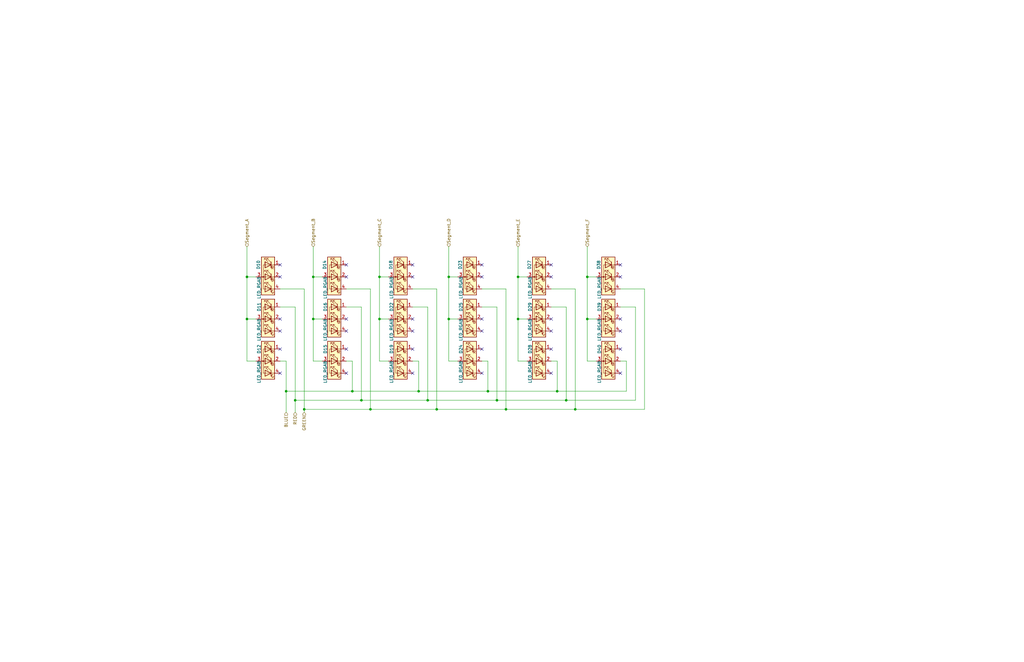
<source format=kicad_sch>
(kicad_sch (version 20250114) (generator "eeschema") (generator_version "9.0")
  (paper "B")
  (lib_symbols
    (symbol "User_Symbols:LED_RGAB" (pin_names (offset 0) (hide yes))
      (property "Reference" "D" (at 0 9.398 0))
      (property "Value" "LED_RGAB" (at 0 -8.89 0))
      (symbol "LED_RGAB_0_0"
        (text "R" (at -1.905 3.81 0) (effects (font (size 1.27 1.27))))
      )
      (symbol "LED_RGAB_0_1"
        (rectangle (start -2.794 8.382) (end 2.794 -7.62) (stroke (width 0.254)) (fill (type background)))
        (polyline (pts (xy -1.27 6.35) (xy -1.27 3.81)) (stroke (width 0.254)))
        (polyline (pts (xy -1.27 6.35) (xy -1.27 3.81) (xy -1.27 3.81)))
        (polyline (pts (xy -1.27 5.08) (xy -2.54 5.08)))
        (polyline (pts (xy -1.27 5.08) (xy 1.27 5.08)))
        (polyline (pts (xy -1.27 1.27) (xy -1.27 -1.27)) (stroke (width 0.254)))
        (polyline (pts (xy -1.27 1.27) (xy -1.27 -1.27) (xy -1.27 -1.27)))
        (polyline (pts (xy -1.27 0) (xy -2.54 0)))
        (polyline (pts (xy -1.27 -3.81) (xy -1.27 -6.35)) (stroke (width 0.254)))
        (polyline (pts (xy -1.27 -5.08) (xy -2.54 -5.08)))
        (polyline (pts (xy -1.27 -5.08) (xy 1.27 -5.08)))
        (polyline (pts (xy -1.016 6.35) (xy 0.508 7.874) (xy -0.254 7.874) (xy 0.508 7.874) (xy 0.508 7.112)))
        (polyline (pts (xy -1.016 1.27) (xy 0.508 2.794) (xy -0.254 2.794) (xy 0.508 2.794) (xy 0.508 2.032)))
        (polyline (pts (xy -1.016 -3.81) (xy 0.508 -2.286) (xy -0.254 -2.286) (xy 0.508 -2.286) (xy 0.508 -3.048)))
        (polyline (pts (xy 0 6.35) (xy 1.524 7.874) (xy 0.762 7.874) (xy 1.524 7.874) (xy 1.524 7.112)))
        (polyline (pts (xy 0 1.27) (xy 1.524 2.794) (xy 0.762 2.794) (xy 1.524 2.794) (xy 1.524 2.032)))
        (polyline (pts (xy 0 -3.81) (xy 1.524 -2.286) (xy 0.762 -2.286) (xy 1.524 -2.286) (xy 1.524 -3.048)))
        (polyline (pts (xy 1.27 6.35) (xy 1.27 3.81) (xy -1.27 5.08) (xy 1.27 6.35)) (stroke (width 0.254)))
        (rectangle (start 1.27 6.35) (end 1.27 6.35))
        (rectangle (start 1.27 3.81) (end 1.27 6.35))
        (polyline (pts (xy 1.27 1.27) (xy 1.27 -1.27) (xy -1.27 0) (xy 1.27 1.27)) (stroke (width 0.254)))
        (rectangle (start 1.27 1.27) (end 1.27 1.27))
        (polyline (pts (xy 1.27 0) (xy -1.27 0)))
        (polyline (pts (xy 1.27 0) (xy 2.54 0)))
        (rectangle (start 1.27 -1.27) (end 1.27 1.27))
        (polyline (pts (xy 1.27 -3.81) (xy 1.27 -6.35) (xy -1.27 -5.08) (xy 1.27 -3.81)) (stroke (width 0.254)))
        (polyline (pts (xy 1.27 -5.08) (xy 2.032 -5.08) (xy 2.032 5.08) (xy 1.27 5.08)))
        (circle (center 2.032 0) (radius 0.254) (fill (type outline)))
      )
      (symbol "LED_RGAB_1_0"
        (text "B" (at -1.905 -1.27 0) (effects (font (size 1.27 1.27))))
        (text "G" (at -1.905 -6.35 0) (effects (font (size 1.27 1.27))))
      )
      (symbol "LED_RGAB_1_1"
        (pin passive line (at -5.08 5.08 0) (length 2.54) (name "RK") (number "1"))
        (pin passive line (at -5.08 0 0) (length 2.54) (name "GK") (number "2"))
        (pin passive line (at -5.08 -5.08 0) (length 2.54) (name "BK") (number "4"))
        (pin passive line (at 5.08 0 180) (length 2.54) (name "A") (number "3"))
      )
    )
  )
  (junction (at 156.21 172.72))
  (junction (at 104.14 134.62))
  (junction (at 184.15 172.72))
  (junction (at 104.14 116.84))
  (junction (at 128.27 172.72))
  (junction (at 152.4 168.91))
  (junction (at 176.53 165.1))
  (junction (at 218.44 134.62))
  (junction (at 124.46 168.91))
  (junction (at 189.23 116.84))
  (junction (at 132.08 134.62))
  (junction (at 189.23 134.62))
  (junction (at 238.76 168.91))
  (junction (at 160.02 116.84))
  (junction (at 213.36 172.72))
  (junction (at 247.65 116.84))
  (junction (at 234.95 165.1))
  (junction (at 218.44 116.84))
  (junction (at 148.59 165.1))
  (junction (at 160.02 134.62))
  (junction (at 205.74 165.1))
  (junction (at 247.65 134.62))
  (junction (at 180.34 168.91))
  (junction (at 209.55 168.91))
  (junction (at 242.57 172.72))
  (junction (at 132.08 116.84))
  (junction (at 120.65 165.1))
  (no_connect (at 203.2 111.76))
  (no_connect (at 261.62 116.84))
  (no_connect (at 146.05 116.84))
  (no_connect (at 146.05 139.7))
  (no_connect (at 146.05 157.48))
  (no_connect (at 173.99 134.62))
  (no_connect (at 232.41 116.84))
  (no_connect (at 146.05 111.76))
  (no_connect (at 203.2 134.62))
  (no_connect (at 118.11 139.7))
  (no_connect (at 203.2 147.32))
  (no_connect (at 261.62 134.62))
  (no_connect (at 232.41 147.32))
  (no_connect (at 232.41 134.62))
  (no_connect (at 146.05 134.62))
  (no_connect (at 118.11 157.48))
  (no_connect (at 261.62 157.48))
  (no_connect (at 118.11 147.32))
  (no_connect (at 173.99 111.76))
  (no_connect (at 203.2 116.84))
  (no_connect (at 173.99 116.84))
  (no_connect (at 232.41 111.76))
  (no_connect (at 146.05 147.32))
  (no_connect (at 261.62 111.76))
  (no_connect (at 118.11 111.76))
  (no_connect (at 232.41 139.7))
  (no_connect (at 261.62 147.32))
  (no_connect (at 203.2 139.7))
  (no_connect (at 173.99 139.7))
  (no_connect (at 232.41 157.48))
  (no_connect (at 261.62 139.7))
  (no_connect (at 173.99 157.48))
  (no_connect (at 203.2 157.48))
  (no_connect (at 118.11 134.62))
  (no_connect (at 118.11 116.84))
  (no_connect (at 173.99 147.32))
  (wire (pts (xy 205.74 165.1) (xy 234.95 165.1)))
  (wire (pts (xy 146.05 152.4) (xy 148.59 152.4)))
  (wire (pts (xy 261.62 152.4) (xy 264.16 152.4)))
  (wire (pts (xy 118.11 121.92) (xy 128.27 121.92)))
  (wire (pts (xy 213.36 172.72) (xy 242.57 172.72)))
  (wire (pts (xy 156.21 121.92) (xy 156.21 172.72)))
  (wire (pts (xy 124.46 168.91) (xy 152.4 168.91)))
  (wire (pts (xy 118.11 129.54) (xy 124.46 129.54)))
  (wire (pts (xy 104.14 104.14) (xy 104.14 116.84)))
  (wire (pts (xy 232.41 121.92) (xy 242.57 121.92)))
  (wire (pts (xy 132.08 152.4) (xy 135.89 152.4)))
  (wire (pts (xy 261.62 121.92) (xy 271.78 121.92)))
  (wire (pts (xy 124.46 129.54) (xy 124.46 168.91)))
  (wire (pts (xy 180.34 129.54) (xy 180.34 168.91)))
  (wire (pts (xy 213.36 121.92) (xy 213.36 172.72)))
  (wire (pts (xy 132.08 104.14) (xy 132.08 116.84)))
  (wire (pts (xy 242.57 121.92) (xy 242.57 172.72)))
  (wire (pts (xy 209.55 129.54) (xy 209.55 168.91)))
  (wire (pts (xy 271.78 121.92) (xy 271.78 172.72)))
  (wire (pts (xy 124.46 168.91) (xy 124.46 173.99)))
  (wire (pts (xy 173.99 152.4) (xy 176.53 152.4)))
  (wire (pts (xy 176.53 165.1) (xy 205.74 165.1)))
  (wire (pts (xy 247.65 116.84) (xy 251.46 116.84)))
  (wire (pts (xy 189.23 104.14) (xy 189.23 116.84)))
  (wire (pts (xy 218.44 134.62) (xy 222.25 134.62)))
  (wire (pts (xy 156.21 172.72) (xy 184.15 172.72)))
  (wire (pts (xy 267.97 129.54) (xy 267.97 168.91)))
  (wire (pts (xy 203.2 152.4) (xy 205.74 152.4)))
  (wire (pts (xy 205.74 152.4) (xy 205.74 165.1)))
  (wire (pts (xy 218.44 116.84) (xy 218.44 134.62)))
  (wire (pts (xy 160.02 116.84) (xy 160.02 134.62)))
  (wire (pts (xy 160.02 134.62) (xy 160.02 152.4)))
  (wire (pts (xy 128.27 172.72) (xy 128.27 173.99)))
  (wire (pts (xy 148.59 165.1) (xy 176.53 165.1)))
  (wire (pts (xy 242.57 172.72) (xy 271.78 172.72)))
  (wire (pts (xy 238.76 129.54) (xy 238.76 168.91)))
  (wire (pts (xy 189.23 134.62) (xy 193.04 134.62)))
  (wire (pts (xy 209.55 168.91) (xy 238.76 168.91)))
  (wire (pts (xy 247.65 116.84) (xy 247.65 134.62)))
  (wire (pts (xy 184.15 121.92) (xy 184.15 172.72)))
  (wire (pts (xy 152.4 129.54) (xy 152.4 168.91)))
  (wire (pts (xy 218.44 134.62) (xy 218.44 152.4)))
  (wire (pts (xy 156.21 172.72) (xy 128.27 172.72)))
  (wire (pts (xy 104.14 116.84) (xy 107.95 116.84)))
  (wire (pts (xy 160.02 134.62) (xy 163.83 134.62)))
  (wire (pts (xy 120.65 165.1) (xy 120.65 173.99)))
  (wire (pts (xy 176.53 152.4) (xy 176.53 165.1)))
  (wire (pts (xy 173.99 121.92) (xy 184.15 121.92)))
  (wire (pts (xy 218.44 104.14) (xy 218.44 116.84)))
  (wire (pts (xy 218.44 152.4) (xy 222.25 152.4)))
  (wire (pts (xy 104.14 134.62) (xy 107.95 134.62)))
  (wire (pts (xy 234.95 152.4) (xy 234.95 165.1)))
  (wire (pts (xy 247.65 104.14) (xy 247.65 116.84)))
  (wire (pts (xy 120.65 152.4) (xy 120.65 165.1)))
  (wire (pts (xy 160.02 152.4) (xy 163.83 152.4)))
  (wire (pts (xy 132.08 134.62) (xy 135.89 134.62)))
  (wire (pts (xy 160.02 104.14) (xy 160.02 116.84)))
  (wire (pts (xy 120.65 165.1) (xy 148.59 165.1)))
  (wire (pts (xy 104.14 152.4) (xy 107.95 152.4)))
  (wire (pts (xy 247.65 152.4) (xy 251.46 152.4)))
  (wire (pts (xy 232.41 129.54) (xy 238.76 129.54)))
  (wire (pts (xy 218.44 116.84) (xy 222.25 116.84)))
  (wire (pts (xy 160.02 116.84) (xy 163.83 116.84)))
  (wire (pts (xy 132.08 134.62) (xy 132.08 152.4)))
  (wire (pts (xy 234.95 165.1) (xy 264.16 165.1)))
  (wire (pts (xy 132.08 116.84) (xy 132.08 134.62)))
  (wire (pts (xy 189.23 134.62) (xy 189.23 152.4)))
  (wire (pts (xy 146.05 129.54) (xy 152.4 129.54)))
  (wire (pts (xy 232.41 152.4) (xy 234.95 152.4)))
  (wire (pts (xy 261.62 129.54) (xy 267.97 129.54)))
  (wire (pts (xy 247.65 134.62) (xy 247.65 152.4)))
  (wire (pts (xy 184.15 172.72) (xy 213.36 172.72)))
  (wire (pts (xy 148.59 152.4) (xy 148.59 165.1)))
  (wire (pts (xy 189.23 116.84) (xy 189.23 134.62)))
  (wire (pts (xy 189.23 152.4) (xy 193.04 152.4)))
  (wire (pts (xy 173.99 129.54) (xy 180.34 129.54)))
  (wire (pts (xy 132.08 116.84) (xy 135.89 116.84)))
  (wire (pts (xy 264.16 152.4) (xy 264.16 165.1)))
  (wire (pts (xy 180.34 168.91) (xy 209.55 168.91)))
  (wire (pts (xy 118.11 152.4) (xy 120.65 152.4)))
  (wire (pts (xy 203.2 129.54) (xy 209.55 129.54)))
  (wire (pts (xy 189.23 116.84) (xy 193.04 116.84)))
  (wire (pts (xy 128.27 121.92) (xy 128.27 172.72)))
  (wire (pts (xy 238.76 168.91) (xy 267.97 168.91)))
  (wire (pts (xy 203.2 121.92) (xy 213.36 121.92)))
  (wire (pts (xy 104.14 134.62) (xy 104.14 152.4)))
  (wire (pts (xy 247.65 134.62) (xy 251.46 134.62)))
  (wire (pts (xy 152.4 168.91) (xy 180.34 168.91)))
  (wire (pts (xy 146.05 121.92) (xy 156.21 121.92)))
  (wire (pts (xy 104.14 116.84) (xy 104.14 134.62)))
  (hierarchical_label "Segment_C" (shape input) (at 160.02 104.14 90))
  (hierarchical_label "Segment_B" (shape input) (at 132.08 104.14 90))
  (hierarchical_label "Segment_A" (shape input) (at 104.14 104.14 90))
  (hierarchical_label "RED" (shape input) (at 124.46 173.99 270))
  (hierarchical_label "BLUE" (shape input) (at 120.65 173.99 270))
  (hierarchical_label "Segment_F" (shape input) (at 247.65 104.14 90))
  (hierarchical_label "Segment_E" (shape input) (at 218.44 104.14 90))
  (hierarchical_label "Segment_D" (shape input) (at 189.23 104.14 90))
  (hierarchical_label "GREEN" (shape input) (at 128.27 173.99 270))
  (symbol (lib_id "User_Symbols:LED_RGAB") (at 113.03 116.84 0) (mirror y) (unit 1)
    (property "Reference" "D10" (at 108.966 111.76 90))
    (property "Value" "LED_RGAB" (at 109.22 121.412 90))
    (property "Footprint" "User_Footprints:RGB_LED_NH-B2020RGBA-HF" (effects (hide yes)))
    (property "Datasheet" "https://datasheet.lcsc.com/lcsc/2108150330_Foshan-NationStar-Optoelectronics-NH-B2020RGBA-HF_C2874116.pdf" (effects (hide yes)))
    (property "Description" "RGB LED, red/green/anode/blue" (effects (hide yes)))
    (property "Website" "https://www.lcsc.com/product-detail/Light-Emitting-Diodes-LED_Foshan-NationStar-Optoelectronics-NH-B2020RGBA-HF_C2874116.html" (effects (hide yes)))
    (property "Vendor" "LCSC" (effects (hide yes)))
    (property "Price" ".0081" (effects (hide yes)))
    (property "Part Number" "NH-B2020RGBA-HF" (effects (hide yes)))
    (property "Package" "LED RGAB 2020" (effects (hide yes)))
    (property "Manufacturer" "Foshan NationStar Optoelectronics" (effects (hide yes)))
    (property "Notes" "SMD" (effects (hide yes)))
    (property "LCSC Part Number" "C2874116" (effects (hide yes)))
  )
  (symbol (lib_id "User_Symbols:LED_RGAB") (at 113.03 134.62 0) (mirror y) (unit 1)
    (property "Reference" "D11" (at 109.22 129.54 90))
    (property "Value" "LED_RGAB" (at 109.22 139.192 90))
    (property "Footprint" "User_Footprints:RGB_LED_NH-B2020RGBA-HF" (effects (hide yes)))
    (property "Datasheet" "https://datasheet.lcsc.com/lcsc/2108150330_Foshan-NationStar-Optoelectronics-NH-B2020RGBA-HF_C2874116.pdf" (effects (hide yes)))
    (property "Description" "RGB LED, red/green/anode/blue" (effects (hide yes)))
    (property "Website" "https://www.lcsc.com/product-detail/Light-Emitting-Diodes-LED_Foshan-NationStar-Optoelectronics-NH-B2020RGBA-HF_C2874116.html" (effects (hide yes)))
    (property "Vendor" "LCSC" (effects (hide yes)))
    (property "Price" ".0081" (effects (hide yes)))
    (property "Part Number" "NH-B2020RGBA-HF" (effects (hide yes)))
    (property "Package" "LED RGAB 2020" (effects (hide yes)))
    (property "Manufacturer" "Foshan NationStar Optoelectronics" (effects (hide yes)))
    (property "Notes" "SMD" (effects (hide yes)))
    (property "LCSC Part Number" "C2874116" (effects (hide yes)))
  )
  (symbol (lib_id "User_Symbols:LED_RGAB") (at 140.97 116.84 0) (mirror y) (unit 1)
    (property "Reference" "D14" (at 136.906 111.76 90))
    (property "Value" "LED_RGAB" (at 137.16 121.412 90))
    (property "Footprint" "User_Footprints:RGB_LED_NH-B2020RGBA-HF" (effects (hide yes)))
    (property "Datasheet" "https://datasheet.lcsc.com/lcsc/2108150330_Foshan-NationStar-Optoelectronics-NH-B2020RGBA-HF_C2874116.pdf" (effects (hide yes)))
    (property "Description" "RGB LED, red/green/anode/blue" (effects (hide yes)))
    (property "Website" "https://www.lcsc.com/product-detail/Light-Emitting-Diodes-LED_Foshan-NationStar-Optoelectronics-NH-B2020RGBA-HF_C2874116.html" (effects (hide yes)))
    (property "Vendor" "LCSC" (effects (hide yes)))
    (property "Price" ".0081" (effects (hide yes)))
    (property "Part Number" "NH-B2020RGBA-HF" (effects (hide yes)))
    (property "Package" "LED RGAB 2020" (effects (hide yes)))
    (property "Manufacturer" "Foshan NationStar Optoelectronics" (effects (hide yes)))
    (property "Notes" "SMD" (effects (hide yes)))
    (property "LCSC Part Number" "C2874116" (effects (hide yes)))
  )
  (symbol (lib_id "User_Symbols:LED_RGAB") (at 227.33 152.4 0) (mirror y) (unit 1)
    (property "Reference" "D28" (at 223.52 147.32 90))
    (property "Value" "LED_RGAB" (at 223.52 156.972 90))
    (property "Footprint" "User_Footprints:RGB_LED_NH-B2020RGBA-HF" (effects (hide yes)))
    (property "Datasheet" "https://datasheet.lcsc.com/lcsc/2108150330_Foshan-NationStar-Optoelectronics-NH-B2020RGBA-HF_C2874116.pdf" (effects (hide yes)))
    (property "Description" "RGB LED, red/green/anode/blue" (effects (hide yes)))
    (property "Website" "https://www.lcsc.com/product-detail/Light-Emitting-Diodes-LED_Foshan-NationStar-Optoelectronics-NH-B2020RGBA-HF_C2874116.html" (effects (hide yes)))
    (property "Vendor" "LCSC" (effects (hide yes)))
    (property "Price" ".0081" (effects (hide yes)))
    (property "Part Number" "NH-B2020RGBA-HF" (effects (hide yes)))
    (property "Package" "LED RGAB 2020" (effects (hide yes)))
    (property "Manufacturer" "Foshan NationStar Optoelectronics" (effects (hide yes)))
    (property "Notes" "SMD" (effects (hide yes)))
    (property "LCSC Part Number" "C2874116" (effects (hide yes)))
  )
  (symbol (lib_id "User_Symbols:LED_RGAB") (at 168.91 134.62 0) (mirror y) (unit 1)
    (property "Reference" "D22" (at 165.1 129.54 90))
    (property "Value" "LED_RGAB" (at 165.1 139.192 90))
    (property "Footprint" "User_Footprints:RGB_LED_NH-B2020RGBA-HF" (effects (hide yes)))
    (property "Datasheet" "https://datasheet.lcsc.com/lcsc/2108150330_Foshan-NationStar-Optoelectronics-NH-B2020RGBA-HF_C2874116.pdf" (effects (hide yes)))
    (property "Description" "RGB LED, red/green/anode/blue" (effects (hide yes)))
    (property "Website" "https://www.lcsc.com/product-detail/Light-Emitting-Diodes-LED_Foshan-NationStar-Optoelectronics-NH-B2020RGBA-HF_C2874116.html" (effects (hide yes)))
    (property "Vendor" "LCSC" (effects (hide yes)))
    (property "Price" ".0081" (effects (hide yes)))
    (property "Part Number" "NH-B2020RGBA-HF" (effects (hide yes)))
    (property "Package" "LED RGAB 2020" (effects (hide yes)))
    (property "Manufacturer" "Foshan NationStar Optoelectronics" (effects (hide yes)))
    (property "Notes" "SMD" (effects (hide yes)))
    (property "LCSC Part Number" "C2874116" (effects (hide yes)))
  )
  (symbol (lib_id "User_Symbols:LED_RGAB") (at 168.91 152.4 0) (mirror y) (unit 1)
    (property "Reference" "D19" (at 165.1 147.32 90))
    (property "Value" "LED_RGAB" (at 165.1 156.972 90))
    (property "Footprint" "User_Footprints:RGB_LED_NH-B2020RGBA-HF" (effects (hide yes)))
    (property "Datasheet" "https://datasheet.lcsc.com/lcsc/2108150330_Foshan-NationStar-Optoelectronics-NH-B2020RGBA-HF_C2874116.pdf" (effects (hide yes)))
    (property "Description" "RGB LED, red/green/anode/blue" (effects (hide yes)))
    (property "Website" "https://www.lcsc.com/product-detail/Light-Emitting-Diodes-LED_Foshan-NationStar-Optoelectronics-NH-B2020RGBA-HF_C2874116.html" (effects (hide yes)))
    (property "Vendor" "LCSC" (effects (hide yes)))
    (property "Price" ".0081" (effects (hide yes)))
    (property "Part Number" "NH-B2020RGBA-HF" (effects (hide yes)))
    (property "Package" "LED RGAB 2020" (effects (hide yes)))
    (property "Manufacturer" "Foshan NationStar Optoelectronics" (effects (hide yes)))
    (property "Notes" "SMD" (effects (hide yes)))
    (property "LCSC Part Number" "C2874116" (effects (hide yes)))
  )
  (symbol (lib_id "User_Symbols:LED_RGAB") (at 256.54 134.62 0) (mirror y) (unit 1)
    (property "Reference" "D39" (at 252.73 129.54 90))
    (property "Value" "LED_RGAB" (at 252.73 139.192 90))
    (property "Footprint" "User_Footprints:RGB_LED_NH-B2020RGBA-HF" (effects (hide yes)))
    (property "Datasheet" "https://datasheet.lcsc.com/lcsc/2108150330_Foshan-NationStar-Optoelectronics-NH-B2020RGBA-HF_C2874116.pdf" (effects (hide yes)))
    (property "Description" "RGB LED, red/green/anode/blue" (effects (hide yes)))
    (property "Website" "https://www.lcsc.com/product-detail/Light-Emitting-Diodes-LED_Foshan-NationStar-Optoelectronics-NH-B2020RGBA-HF_C2874116.html" (effects (hide yes)))
    (property "Vendor" "LCSC" (effects (hide yes)))
    (property "Price" ".0081" (effects (hide yes)))
    (property "Part Number" "NH-B2020RGBA-HF" (effects (hide yes)))
    (property "Package" "LED RGAB 2020" (effects (hide yes)))
    (property "Manufacturer" "Foshan NationStar Optoelectronics" (effects (hide yes)))
    (property "Notes" "SMD" (effects (hide yes)))
    (property "LCSC Part Number" "C2874116" (effects (hide yes)))
  )
  (symbol (lib_id "User_Symbols:LED_RGAB") (at 256.54 152.4 0) (mirror y) (unit 1)
    (property "Reference" "D40" (at 252.73 147.32 90))
    (property "Value" "LED_RGAB" (at 252.73 156.972 90))
    (property "Footprint" "User_Footprints:RGB_LED_NH-B2020RGBA-HF" (effects (hide yes)))
    (property "Datasheet" "https://datasheet.lcsc.com/lcsc/2108150330_Foshan-NationStar-Optoelectronics-NH-B2020RGBA-HF_C2874116.pdf" (effects (hide yes)))
    (property "Description" "RGB LED, red/green/anode/blue" (effects (hide yes)))
    (property "Website" "https://www.lcsc.com/product-detail/Light-Emitting-Diodes-LED_Foshan-NationStar-Optoelectronics-NH-B2020RGBA-HF_C2874116.html" (effects (hide yes)))
    (property "Vendor" "LCSC" (effects (hide yes)))
    (property "Price" ".0081" (effects (hide yes)))
    (property "Part Number" "NH-B2020RGBA-HF" (effects (hide yes)))
    (property "Package" "LED RGAB 2020" (effects (hide yes)))
    (property "Manufacturer" "Foshan NationStar Optoelectronics" (effects (hide yes)))
    (property "Notes" "SMD" (effects (hide yes)))
    (property "LCSC Part Number" "C2874116" (effects (hide yes)))
  )
  (symbol (lib_id "User_Symbols:LED_RGAB") (at 140.97 152.4 0) (mirror y) (unit 1)
    (property "Reference" "D15" (at 137.16 147.32 90))
    (property "Value" "LED_RGAB" (at 137.16 156.972 90))
    (property "Footprint" "User_Footprints:RGB_LED_NH-B2020RGBA-HF" (effects (hide yes)))
    (property "Datasheet" "https://datasheet.lcsc.com/lcsc/2108150330_Foshan-NationStar-Optoelectronics-NH-B2020RGBA-HF_C2874116.pdf" (effects (hide yes)))
    (property "Description" "RGB LED, red/green/anode/blue" (effects (hide yes)))
    (property "Website" "https://www.lcsc.com/product-detail/Light-Emitting-Diodes-LED_Foshan-NationStar-Optoelectronics-NH-B2020RGBA-HF_C2874116.html" (effects (hide yes)))
    (property "Vendor" "LCSC" (effects (hide yes)))
    (property "Price" ".0081" (effects (hide yes)))
    (property "Part Number" "NH-B2020RGBA-HF" (effects (hide yes)))
    (property "Package" "LED RGAB 2020" (effects (hide yes)))
    (property "Manufacturer" "Foshan NationStar Optoelectronics" (effects (hide yes)))
    (property "Notes" "SMD" (effects (hide yes)))
    (property "LCSC Part Number" "C2874116" (effects (hide yes)))
  )
  (symbol (lib_id "User_Symbols:LED_RGAB") (at 168.91 116.84 0) (mirror y) (unit 1)
    (property "Reference" "D18" (at 164.846 111.76 90))
    (property "Value" "LED_RGAB" (at 165.1 121.412 90))
    (property "Footprint" "User_Footprints:RGB_LED_NH-B2020RGBA-HF" (effects (hide yes)))
    (property "Datasheet" "https://datasheet.lcsc.com/lcsc/2108150330_Foshan-NationStar-Optoelectronics-NH-B2020RGBA-HF_C2874116.pdf" (effects (hide yes)))
    (property "Description" "RGB LED, red/green/anode/blue" (effects (hide yes)))
    (property "Website" "https://www.lcsc.com/product-detail/Light-Emitting-Diodes-LED_Foshan-NationStar-Optoelectronics-NH-B2020RGBA-HF_C2874116.html" (effects (hide yes)))
    (property "Vendor" "LCSC" (effects (hide yes)))
    (property "Price" ".0081" (effects (hide yes)))
    (property "Part Number" "NH-B2020RGBA-HF" (effects (hide yes)))
    (property "Package" "LED RGAB 2020" (effects (hide yes)))
    (property "Manufacturer" "Foshan NationStar Optoelectronics" (effects (hide yes)))
    (property "Notes" "SMD" (effects (hide yes)))
    (property "LCSC Part Number" "C2874116" (effects (hide yes)))
  )
  (symbol (lib_id "User_Symbols:LED_RGAB") (at 140.97 134.62 0) (mirror y) (unit 1)
    (property "Reference" "D16" (at 137.16 129.54 90))
    (property "Value" "LED_RGAB" (at 137.16 139.192 90))
    (property "Footprint" "User_Footprints:RGB_LED_NH-B2020RGBA-HF" (effects (hide yes)))
    (property "Datasheet" "https://datasheet.lcsc.com/lcsc/2108150330_Foshan-NationStar-Optoelectronics-NH-B2020RGBA-HF_C2874116.pdf" (effects (hide yes)))
    (property "Description" "RGB LED, red/green/anode/blue" (effects (hide yes)))
    (property "Website" "https://www.lcsc.com/product-detail/Light-Emitting-Diodes-LED_Foshan-NationStar-Optoelectronics-NH-B2020RGBA-HF_C2874116.html" (effects (hide yes)))
    (property "Vendor" "LCSC" (effects (hide yes)))
    (property "Price" ".0081" (effects (hide yes)))
    (property "Part Number" "NH-B2020RGBA-HF" (effects (hide yes)))
    (property "Package" "LED RGAB 2020" (effects (hide yes)))
    (property "Manufacturer" "Foshan NationStar Optoelectronics" (effects (hide yes)))
    (property "Notes" "SMD" (effects (hide yes)))
    (property "LCSC Part Number" "C2874116" (effects (hide yes)))
  )
  (symbol (lib_id "User_Symbols:LED_RGAB") (at 198.12 152.4 0) (mirror y) (unit 1)
    (property "Reference" "D24" (at 194.31 147.32 90))
    (property "Value" "LED_RGAB" (at 194.31 156.972 90))
    (property "Footprint" "User_Footprints:RGB_LED_NH-B2020RGBA-HF" (effects (hide yes)))
    (property "Datasheet" "https://datasheet.lcsc.com/lcsc/2108150330_Foshan-NationStar-Optoelectronics-NH-B2020RGBA-HF_C2874116.pdf" (effects (hide yes)))
    (property "Description" "RGB LED, red/green/anode/blue" (effects (hide yes)))
    (property "Website" "https://www.lcsc.com/product-detail/Light-Emitting-Diodes-LED_Foshan-NationStar-Optoelectronics-NH-B2020RGBA-HF_C2874116.html" (effects (hide yes)))
    (property "Vendor" "LCSC" (effects (hide yes)))
    (property "Price" ".0081" (effects (hide yes)))
    (property "Part Number" "NH-B2020RGBA-HF" (effects (hide yes)))
    (property "Package" "LED RGAB 2020" (effects (hide yes)))
    (property "Manufacturer" "Foshan NationStar Optoelectronics" (effects (hide yes)))
    (property "Notes" "SMD" (effects (hide yes)))
    (property "LCSC Part Number" "C2874116" (effects (hide yes)))
  )
  (symbol (lib_id "User_Symbols:LED_RGAB") (at 198.12 134.62 0) (mirror y) (unit 1)
    (property "Reference" "D25" (at 194.31 129.54 90))
    (property "Value" "LED_RGAB" (at 194.31 139.192 90))
    (property "Footprint" "User_Footprints:RGB_LED_NH-B2020RGBA-HF" (effects (hide yes)))
    (property "Datasheet" "https://datasheet.lcsc.com/lcsc/2108150330_Foshan-NationStar-Optoelectronics-NH-B2020RGBA-HF_C2874116.pdf" (effects (hide yes)))
    (property "Description" "RGB LED, red/green/anode/blue" (effects (hide yes)))
    (property "Website" "https://www.lcsc.com/product-detail/Light-Emitting-Diodes-LED_Foshan-NationStar-Optoelectronics-NH-B2020RGBA-HF_C2874116.html" (effects (hide yes)))
    (property "Vendor" "LCSC" (effects (hide yes)))
    (property "Price" ".0081" (effects (hide yes)))
    (property "Part Number" "NH-B2020RGBA-HF" (effects (hide yes)))
    (property "Package" "LED RGAB 2020" (effects (hide yes)))
    (property "Manufacturer" "Foshan NationStar Optoelectronics" (effects (hide yes)))
    (property "Notes" "SMD" (effects (hide yes)))
    (property "LCSC Part Number" "C2874116" (effects (hide yes)))
  )
  (symbol (lib_id "User_Symbols:LED_RGAB") (at 256.54 116.84 0) (mirror y) (unit 1)
    (property "Reference" "D38" (at 252.476 111.76 90))
    (property "Value" "LED_RGAB" (at 252.73 121.412 90))
    (property "Footprint" "User_Footprints:RGB_LED_NH-B2020RGBA-HF" (effects (hide yes)))
    (property "Datasheet" "https://datasheet.lcsc.com/lcsc/2108150330_Foshan-NationStar-Optoelectronics-NH-B2020RGBA-HF_C2874116.pdf" (effects (hide yes)))
    (property "Description" "RGB LED, red/green/anode/blue" (effects (hide yes)))
    (property "Website" "https://www.lcsc.com/product-detail/Light-Emitting-Diodes-LED_Foshan-NationStar-Optoelectronics-NH-B2020RGBA-HF_C2874116.html" (effects (hide yes)))
    (property "Vendor" "LCSC" (effects (hide yes)))
    (property "Price" ".0081" (effects (hide yes)))
    (property "Part Number" "NH-B2020RGBA-HF" (effects (hide yes)))
    (property "Package" "LED RGAB 2020" (effects (hide yes)))
    (property "Manufacturer" "Foshan NationStar Optoelectronics" (effects (hide yes)))
    (property "Notes" "SMD" (effects (hide yes)))
    (property "LCSC Part Number" "C2874116" (effects (hide yes)))
  )
  (symbol (lib_id "User_Symbols:LED_RGAB") (at 113.03 152.4 0) (mirror y) (unit 1)
    (property "Reference" "D12" (at 109.22 147.32 90))
    (property "Value" "LED_RGAB" (at 109.22 156.972 90))
    (property "Footprint" "User_Footprints:RGB_LED_NH-B2020RGBA-HF" (effects (hide yes)))
    (property "Datasheet" "https://datasheet.lcsc.com/lcsc/2108150330_Foshan-NationStar-Optoelectronics-NH-B2020RGBA-HF_C2874116.pdf" (effects (hide yes)))
    (property "Description" "RGB LED, red/green/anode/blue" (effects (hide yes)))
    (property "Website" "https://www.lcsc.com/product-detail/Light-Emitting-Diodes-LED_Foshan-NationStar-Optoelectronics-NH-B2020RGBA-HF_C2874116.html" (effects (hide yes)))
    (property "Vendor" "LCSC" (effects (hide yes)))
    (property "Price" ".0081" (effects (hide yes)))
    (property "Part Number" "NH-B2020RGBA-HF" (effects (hide yes)))
    (property "Package" "LED RGAB 2020" (effects (hide yes)))
    (property "Manufacturer" "Foshan NationStar Optoelectronics" (effects (hide yes)))
    (property "Notes" "SMD" (effects (hide yes)))
    (property "LCSC Part Number" "C2874116" (effects (hide yes)))
  )
  (symbol (lib_id "User_Symbols:LED_RGAB") (at 227.33 116.84 0) (mirror y) (unit 1)
    (property "Reference" "D27" (at 223.266 111.76 90))
    (property "Value" "LED_RGAB" (at 223.52 121.412 90))
    (property "Footprint" "User_Footprints:RGB_LED_NH-B2020RGBA-HF" (effects (hide yes)))
    (property "Datasheet" "https://datasheet.lcsc.com/lcsc/2108150330_Foshan-NationStar-Optoelectronics-NH-B2020RGBA-HF_C2874116.pdf" (effects (hide yes)))
    (property "Description" "RGB LED, red/green/anode/blue" (effects (hide yes)))
    (property "Website" "https://www.lcsc.com/product-detail/Light-Emitting-Diodes-LED_Foshan-NationStar-Optoelectronics-NH-B2020RGBA-HF_C2874116.html" (effects (hide yes)))
    (property "Vendor" "LCSC" (effects (hide yes)))
    (property "Price" ".0081" (effects (hide yes)))
    (property "Part Number" "NH-B2020RGBA-HF" (effects (hide yes)))
    (property "Package" "LED RGAB 2020" (effects (hide yes)))
    (property "Manufacturer" "Foshan NationStar Optoelectronics" (effects (hide yes)))
    (property "Notes" "SMD" (effects (hide yes)))
    (property "LCSC Part Number" "C2874116" (effects (hide yes)))
  )
  (symbol (lib_id "User_Symbols:LED_RGAB") (at 198.12 116.84 0) (mirror y) (unit 1)
    (property "Reference" "D23" (at 194.056 111.76 90))
    (property "Value" "LED_RGAB" (at 194.31 121.412 90))
    (property "Footprint" "User_Footprints:RGB_LED_NH-B2020RGBA-HF" (effects (hide yes)))
    (property "Datasheet" "https://datasheet.lcsc.com/lcsc/2108150330_Foshan-NationStar-Optoelectronics-NH-B2020RGBA-HF_C2874116.pdf" (effects (hide yes)))
    (property "Description" "RGB LED, red/green/anode/blue" (effects (hide yes)))
    (property "Website" "https://www.lcsc.com/product-detail/Light-Emitting-Diodes-LED_Foshan-NationStar-Optoelectronics-NH-B2020RGBA-HF_C2874116.html" (effects (hide yes)))
    (property "Vendor" "LCSC" (effects (hide yes)))
    (property "Price" ".0081" (effects (hide yes)))
    (property "Part Number" "NH-B2020RGBA-HF" (effects (hide yes)))
    (property "Package" "LED RGAB 2020" (effects (hide yes)))
    (property "Manufacturer" "Foshan NationStar Optoelectronics" (effects (hide yes)))
    (property "Notes" "SMD" (effects (hide yes)))
    (property "LCSC Part Number" "C2874116" (effects (hide yes)))
  )
  (symbol (lib_id "User_Symbols:LED_RGAB") (at 227.33 134.62 0) (mirror y) (unit 1)
    (property "Reference" "D29" (at 223.52 129.54 90))
    (property "Value" "LED_RGAB" (at 223.52 139.192 90))
    (property "Footprint" "User_Footprints:RGB_LED_NH-B2020RGBA-HF" (effects (hide yes)))
    (property "Datasheet" "https://datasheet.lcsc.com/lcsc/2108150330_Foshan-NationStar-Optoelectronics-NH-B2020RGBA-HF_C2874116.pdf" (effects (hide yes)))
    (property "Description" "RGB LED, red/green/anode/blue" (effects (hide yes)))
    (property "Website" "https://www.lcsc.com/product-detail/Light-Emitting-Diodes-LED_Foshan-NationStar-Optoelectronics-NH-B2020RGBA-HF_C2874116.html" (effects (hide yes)))
    (property "Vendor" "LCSC" (effects (hide yes)))
    (property "Price" ".0081" (effects (hide yes)))
    (property "Part Number" "NH-B2020RGBA-HF" (effects (hide yes)))
    (property "Package" "LED RGAB 2020" (effects (hide yes)))
    (property "Manufacturer" "Foshan NationStar Optoelectronics" (effects (hide yes)))
    (property "Notes" "SMD" (effects (hide yes)))
    (property "LCSC Part Number" "C2874116" (effects (hide yes)))
  )
)
</source>
